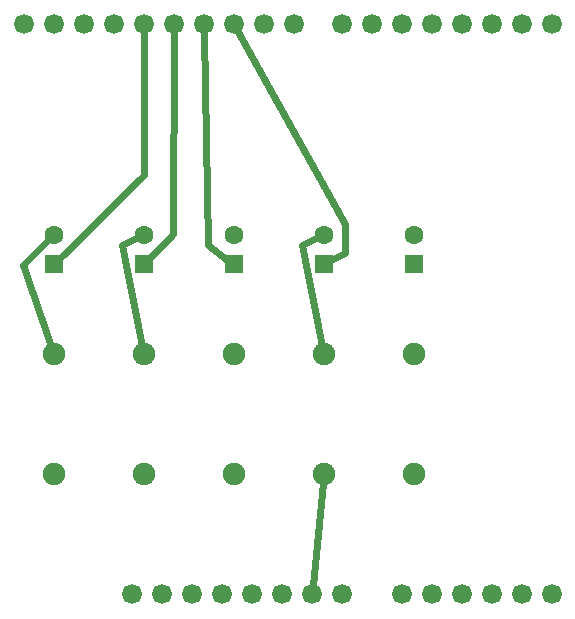
<source format=gtl>
G04 MADE WITH FRITZING*
G04 WWW.FRITZING.ORG*
G04 DOUBLE SIDED*
G04 HOLES PLATED*
G04 CONTOUR ON CENTER OF CONTOUR VECTOR*
%ASAXBY*%
%FSLAX23Y23*%
%MOIN*%
%OFA0B0*%
%SFA1.0B1.0*%
%ADD10C,0.062992*%
%ADD11C,0.075000*%
%ADD12C,0.066194*%
%ADD13C,0.066222*%
%ADD14R,0.062992X0.062992*%
%ADD15C,0.024000*%
%LNCOPPER1*%
G90*
G70*
G54D10*
X2521Y1259D03*
X2521Y1357D03*
X2221Y1259D03*
X2221Y1357D03*
X1921Y1259D03*
X1921Y1357D03*
X1621Y1259D03*
X1621Y1357D03*
X1321Y1259D03*
X1321Y1357D03*
G54D11*
X2521Y959D03*
X2521Y559D03*
X2221Y959D03*
X2221Y559D03*
X1921Y959D03*
X1921Y559D03*
X1621Y959D03*
X1621Y559D03*
X1321Y959D03*
X1321Y559D03*
G54D12*
X2581Y159D03*
X2681Y159D03*
X2781Y159D03*
X2881Y159D03*
X2981Y159D03*
G54D13*
X2121Y2059D03*
X2021Y2059D03*
X1921Y2059D03*
X1821Y2059D03*
X1721Y2059D03*
X1621Y2059D03*
X1521Y2059D03*
X1421Y2059D03*
X1321Y2059D03*
X1221Y2059D03*
X2981Y2059D03*
X2881Y2059D03*
X2781Y2059D03*
X2681Y2059D03*
X2581Y2059D03*
X2481Y2059D03*
X2381Y2059D03*
X2281Y2059D03*
G54D12*
X1681Y159D03*
X1581Y159D03*
X1781Y159D03*
X1881Y159D03*
X1981Y159D03*
X2081Y159D03*
X2181Y159D03*
X2281Y159D03*
X2481Y159D03*
G54D14*
X2521Y1259D03*
X2221Y1259D03*
X1921Y1259D03*
X1621Y1259D03*
X1321Y1259D03*
G54D15*
X1218Y1258D02*
X1301Y1339D01*
D02*
X1623Y1556D02*
X1621Y2028D01*
D02*
X1311Y986D02*
X1218Y1258D01*
D02*
X1340Y1278D02*
X1623Y1556D01*
D02*
X2196Y1346D02*
X2148Y1322D01*
D02*
X2148Y1322D02*
X2215Y987D01*
D02*
X1548Y1322D02*
X1615Y987D01*
D02*
X1596Y1346D02*
X1548Y1322D01*
D02*
X1721Y2028D02*
X1719Y1359D01*
D02*
X1836Y1322D02*
X1821Y2028D01*
D02*
X1899Y1275D02*
X1836Y1322D01*
D02*
X1719Y1359D02*
X1639Y1278D01*
D02*
X1935Y2032D02*
X2292Y1394D01*
D02*
X2184Y189D02*
X2218Y530D01*
D02*
X2292Y1298D02*
X2244Y1272D01*
D02*
X2292Y1394D02*
X2292Y1298D01*
G04 End of Copper1*
M02*
</source>
